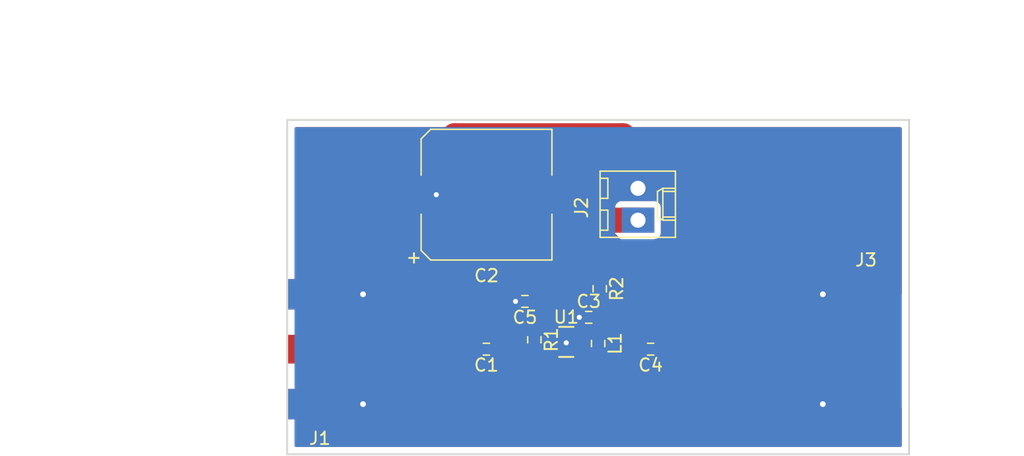
<source format=kicad_pcb>
(kicad_pcb (version 20171130) (host pcbnew 5.0.2-bee76a0~70~ubuntu18.04.1)

  (general
    (thickness 1.6)
    (drawings 8)
    (tracks 72)
    (zones 0)
    (modules 12)
    (nets 8)
  )

  (page A4)
  (layers
    (0 F.Cu signal)
    (31 B.Cu signal)
    (32 B.Adhes user)
    (33 F.Adhes user)
    (34 B.Paste user)
    (35 F.Paste user)
    (36 B.SilkS user)
    (37 F.SilkS user)
    (38 B.Mask user)
    (39 F.Mask user)
    (40 Dwgs.User user)
    (41 Cmts.User user)
    (42 Eco1.User user)
    (43 Eco2.User user)
    (44 Edge.Cuts user)
    (45 Margin user)
    (46 B.CrtYd user)
    (47 F.CrtYd user)
    (48 B.Fab user)
    (49 F.Fab user)
  )

  (setup
    (last_trace_width 0.4)
    (user_trace_width 0.4)
    (user_trace_width 0.6)
    (user_trace_width 2)
    (user_trace_width 3)
    (user_trace_width 4)
    (user_trace_width 6)
    (trace_clearance 0.2)
    (zone_clearance 0.254)
    (zone_45_only no)
    (trace_min 0.2)
    (segment_width 0.2)
    (edge_width 0.15)
    (via_size 0.8)
    (via_drill 0.4)
    (via_min_size 0.4)
    (via_min_drill 0.3)
    (user_via 0.6 0.4)
    (uvia_size 0.3)
    (uvia_drill 0.1)
    (uvias_allowed no)
    (uvia_min_size 0.2)
    (uvia_min_drill 0.1)
    (pcb_text_width 0.3)
    (pcb_text_size 1.5 1.5)
    (mod_edge_width 0.15)
    (mod_text_size 1 1)
    (mod_text_width 0.15)
    (pad_size 1.524 1.524)
    (pad_drill 0.762)
    (pad_to_mask_clearance 0.051)
    (solder_mask_min_width 0.25)
    (aux_axis_origin 101.6 133.35)
    (visible_elements FFFFFF7F)
    (pcbplotparams
      (layerselection 0x00000_7fffffff)
      (usegerberextensions false)
      (usegerberattributes false)
      (usegerberadvancedattributes false)
      (creategerberjobfile false)
      (excludeedgelayer true)
      (linewidth 0.100000)
      (plotframeref false)
      (viasonmask false)
      (mode 1)
      (useauxorigin true)
      (hpglpennumber 1)
      (hpglpenspeed 20)
      (hpglpendiameter 15.000000)
      (psnegative false)
      (psa4output false)
      (plotreference true)
      (plotvalue true)
      (plotinvisibletext false)
      (padsonsilk false)
      (subtractmaskfromsilk false)
      (outputformat 1)
      (mirror false)
      (drillshape 0)
      (scaleselection 1)
      (outputdirectory ""))
  )

  (net 0 "")
  (net 1 "Net-(C1-Pad1)")
  (net 2 "Net-(C1-Pad2)")
  (net 3 "Net-(C2-Pad2)")
  (net 4 GND)
  (net 5 "Net-(C3-Pad2)")
  (net 6 "Net-(C4-Pad2)")
  (net 7 "Net-(C4-Pad1)")

  (net_class Default "This is the default net class."
    (clearance 0.2)
    (trace_width 0.25)
    (via_dia 0.8)
    (via_drill 0.4)
    (uvia_dia 0.3)
    (uvia_drill 0.1)
    (add_net GND)
    (add_net "Net-(C1-Pad1)")
    (add_net "Net-(C1-Pad2)")
    (add_net "Net-(C2-Pad2)")
    (add_net "Net-(C3-Pad2)")
    (add_net "Net-(C4-Pad1)")
    (add_net "Net-(C4-Pad2)")
  )

  (module Capacitors_SMD:CP_Elec_10x10.5 (layer F.Cu) (tedit 58AA917F) (tstamp 5E974D98)
    (at 117.475 112.649)
    (descr "SMT capacitor, aluminium electrolytic, 10x10.5")
    (path /5E974E2C)
    (attr smd)
    (fp_text reference C2 (at 0 6.46) (layer F.SilkS)
      (effects (font (size 1 1) (thickness 0.15)))
    )
    (fp_text value 50u (at 0 -6.46) (layer F.Fab)
      (effects (font (size 1 1) (thickness 0.15)))
    )
    (fp_line (start 6.25 5.3) (end -6.25 5.3) (layer F.CrtYd) (width 0.05))
    (fp_line (start 6.25 5.3) (end 6.25 -5.31) (layer F.CrtYd) (width 0.05))
    (fp_line (start -6.25 -5.31) (end -6.25 5.3) (layer F.CrtYd) (width 0.05))
    (fp_line (start -6.25 -5.31) (end 6.25 -5.31) (layer F.CrtYd) (width 0.05))
    (fp_line (start -4.45 -5.21) (end 5.21 -5.21) (layer F.SilkS) (width 0.12))
    (fp_line (start -5.21 -4.45) (end -4.45 -5.21) (layer F.SilkS) (width 0.12))
    (fp_line (start -4.45 5.21) (end -5.21 4.45) (layer F.SilkS) (width 0.12))
    (fp_line (start 5.21 5.21) (end -4.45 5.21) (layer F.SilkS) (width 0.12))
    (fp_line (start 5.05 -5.05) (end -4.38 -5.05) (layer F.Fab) (width 0.1))
    (fp_line (start -4.38 -5.05) (end -5.05 -4.38) (layer F.Fab) (width 0.1))
    (fp_line (start -5.05 -4.38) (end -5.05 4.38) (layer F.Fab) (width 0.1))
    (fp_line (start -5.05 4.38) (end -4.38 5.05) (layer F.Fab) (width 0.1))
    (fp_line (start -4.38 5.05) (end 5.05 5.05) (layer F.Fab) (width 0.1))
    (fp_line (start 5.05 5.05) (end 5.05 -5.05) (layer F.Fab) (width 0.1))
    (fp_line (start 5.21 -5.21) (end 5.21 -1.56) (layer F.SilkS) (width 0.12))
    (fp_line (start 5.21 5.21) (end 5.21 1.56) (layer F.SilkS) (width 0.12))
    (fp_line (start -5.21 4.45) (end -5.21 1.56) (layer F.SilkS) (width 0.12))
    (fp_line (start -5.21 -4.45) (end -5.21 -1.56) (layer F.SilkS) (width 0.12))
    (fp_text user %R (at 0 6.46) (layer F.Fab)
      (effects (font (size 1 1) (thickness 0.15)))
    )
    (fp_text user + (at -5.78 4.97) (layer F.SilkS)
      (effects (font (size 1 1) (thickness 0.15)))
    )
    (fp_text user + (at -2.91 -0.08) (layer F.Fab)
      (effects (font (size 1 1) (thickness 0.15)))
    )
    (fp_circle (center 0 0) (end 0 5) (layer F.Fab) (width 0.1))
    (pad 2 smd rect (at 4 0 180) (size 4 2.5) (layers F.Cu F.Paste F.Mask)
      (net 3 "Net-(C2-Pad2)"))
    (pad 1 smd rect (at -4 0 180) (size 4 2.5) (layers F.Cu F.Paste F.Mask)
      (net 4 GND))
    (model Capacitors_SMD.3dshapes/CP_Elec_10x10.5.wrl
      (at (xyz 0 0 0))
      (scale (xyz 1 1 1))
      (rotate (xyz 0 0 180))
    )
  )

  (module Connectors_Molex:Molex_SMA_Jack_Edge_Mount (layer F.Cu) (tedit 587D2992) (tstamp 5E974DDF)
    (at 105.918 124.968)
    (descr "Molex SMA Jack, Edge Mount, http://www.molex.com/pdm_docs/sd/732511150_sd.pdf")
    (tags "sma edge")
    (path /5E97536C)
    (attr smd)
    (fp_text reference J1 (at -1.72 7.11) (layer F.SilkS)
      (effects (font (size 1 1) (thickness 0.15)))
    )
    (fp_text value Conn_Coaxial (at -1.72 -7.11) (layer F.Fab)
      (effects (font (size 1 1) (thickness 0.15)))
    )
    (fp_line (start -5.91 4.76) (end 0.49 4.76) (layer F.Fab) (width 0.1))
    (fp_line (start -5.91 -4.76) (end -5.91 4.76) (layer F.Fab) (width 0.1))
    (fp_line (start 0.49 -4.76) (end -5.91 -4.76) (layer F.Fab) (width 0.1))
    (fp_line (start -4.76 -3.75) (end -4.76 3.75) (layer F.Fab) (width 0.1))
    (fp_line (start -13.79 2.65) (end -5.91 2.65) (layer F.Fab) (width 0.1))
    (fp_line (start -13.79 -2.65) (end -13.79 2.65) (layer F.Fab) (width 0.1))
    (fp_line (start -13.79 -2.65) (end -5.91 -2.65) (layer F.Fab) (width 0.1))
    (fp_line (start -4.76 3.75) (end 0.49 3.75) (layer F.Fab) (width 0.1))
    (fp_line (start -4.76 -3.75) (end 0.49 -3.75) (layer F.Fab) (width 0.1))
    (fp_line (start 2.71 -6.09) (end -14.29 -6.09) (layer F.CrtYd) (width 0.05))
    (fp_line (start 2.71 -6.09) (end 2.71 6.09) (layer F.CrtYd) (width 0.05))
    (fp_line (start -14.29 6.09) (end 2.71 6.09) (layer B.CrtYd) (width 0.05))
    (fp_line (start -14.29 -6.09) (end -14.29 6.09) (layer B.CrtYd) (width 0.05))
    (fp_line (start -14.29 -6.09) (end 2.71 -6.09) (layer B.CrtYd) (width 0.05))
    (fp_line (start 2.71 -6.09) (end 2.71 6.09) (layer B.CrtYd) (width 0.05))
    (fp_line (start -14.29 6.09) (end 2.71 6.09) (layer F.CrtYd) (width 0.05))
    (fp_line (start -14.29 -6.09) (end -14.29 6.09) (layer F.CrtYd) (width 0.05))
    (fp_line (start 0.49 -4.76) (end 0.49 -3.75) (layer F.Fab) (width 0.1))
    (fp_line (start 0.49 3.75) (end 0.49 4.76) (layer F.Fab) (width 0.1))
    (fp_line (start 0.49 -0.38) (end 0.49 0.38) (layer F.Fab) (width 0.1))
    (fp_line (start -4.76 0.38) (end 0.49 0.38) (layer F.Fab) (width 0.1))
    (fp_line (start -4.76 -0.38) (end 0.49 -0.38) (layer F.Fab) (width 0.1))
    (pad 2 smd rect (at 1.27 4.38) (size 0.89 0.46) (layers B.Cu)
      (net 4 GND))
    (pad 2 smd rect (at 1.27 -4.38) (size 0.89 0.46) (layers B.Cu)
      (net 4 GND))
    (pad 2 smd rect (at 1.27 4.38) (size 0.89 0.46) (layers F.Cu)
      (net 4 GND))
    (pad 2 smd rect (at 1.27 -4.38) (size 0.89 0.46) (layers F.Cu)
      (net 4 GND))
    (pad 2 thru_hole circle (at 1.72 4.38) (size 0.97 0.97) (drill 0.46) (layers *.Cu)
      (net 4 GND))
    (pad 2 thru_hole circle (at 1.72 -4.38) (size 0.97 0.97) (drill 0.46) (layers *.Cu)
      (net 4 GND))
    (pad 2 smd rect (at -1.72 4.38) (size 5.08 2.42) (layers B.Cu B.Paste B.Mask)
      (net 4 GND))
    (pad 2 smd rect (at -1.72 -4.38) (size 5.08 2.42) (layers B.Cu B.Paste B.Mask)
      (net 4 GND))
    (pad 2 smd rect (at -1.72 4.38) (size 5.08 2.42) (layers F.Cu F.Paste F.Mask)
      (net 4 GND))
    (pad 2 smd rect (at -1.72 -4.38) (size 5.08 2.42) (layers F.Cu F.Paste F.Mask)
      (net 4 GND))
    (pad 1 smd rect (at -1.72 0) (size 5.08 2.29) (layers F.Cu F.Paste F.Mask)
      (net 2 "Net-(C1-Pad2)"))
    (model ${KISYS3DMOD}/Connectors_Molex.3dshapes/Molex_SMA_Jack_Edge_Mount.wrl
      (at (xyz 0 0 0))
      (scale (xyz 1 1 1))
      (rotate (xyz 0 0 0))
    )
  )

  (module Connectors_Molex:Molex_KK-6410-02_02x2.54mm_Straight (layer F.Cu) (tedit 58EE6EE4) (tstamp 5E974E00)
    (at 129.54 114.681 90)
    (descr "Connector Headers with Friction Lock, 22-27-2021, http://www.molex.com/pdm_docs/sd/022272021_sd.pdf")
    (tags "connector molex kk_6410 22-27-2021")
    (path /5E975029)
    (fp_text reference J2 (at 1 -4.5 90) (layer F.SilkS)
      (effects (font (size 1 1) (thickness 0.15)))
    )
    (fp_text value Conn_01x02_Male (at 1.27 4.5 90) (layer F.Fab)
      (effects (font (size 1 1) (thickness 0.15)))
    )
    (fp_text user %R (at 1.27 0 90) (layer F.Fab)
      (effects (font (size 1 1) (thickness 0.15)))
    )
    (fp_line (start 4.45 3.5) (end -1.9 3.5) (layer F.CrtYd) (width 0.05))
    (fp_line (start 4.45 -3.55) (end 4.45 3.5) (layer F.CrtYd) (width 0.05))
    (fp_line (start -1.9 -3.55) (end 4.45 -3.55) (layer F.CrtYd) (width 0.05))
    (fp_line (start -1.9 3.5) (end -1.9 -3.55) (layer F.CrtYd) (width 0.05))
    (fp_line (start 3.34 -2.4) (end 3.34 -3.02) (layer F.SilkS) (width 0.12))
    (fp_line (start 1.74 -2.4) (end 3.34 -2.4) (layer F.SilkS) (width 0.12))
    (fp_line (start 1.74 -3.02) (end 1.74 -2.4) (layer F.SilkS) (width 0.12))
    (fp_line (start 0.8 -2.4) (end 0.8 -3.02) (layer F.SilkS) (width 0.12))
    (fp_line (start -0.8 -2.4) (end 0.8 -2.4) (layer F.SilkS) (width 0.12))
    (fp_line (start -0.8 -3.02) (end -0.8 -2.4) (layer F.SilkS) (width 0.12))
    (fp_line (start 2.29 2.98) (end 2.29 1.98) (layer F.SilkS) (width 0.12))
    (fp_line (start 0.25 2.98) (end 0.25 1.98) (layer F.SilkS) (width 0.12))
    (fp_line (start 2.29 1.55) (end 2.54 1.98) (layer F.SilkS) (width 0.12))
    (fp_line (start 0.25 1.55) (end 2.29 1.55) (layer F.SilkS) (width 0.12))
    (fp_line (start 0 1.98) (end 0.25 1.55) (layer F.SilkS) (width 0.12))
    (fp_line (start 2.54 1.98) (end 2.54 2.98) (layer F.SilkS) (width 0.12))
    (fp_line (start 0 1.98) (end 2.54 1.98) (layer F.SilkS) (width 0.12))
    (fp_line (start 0 2.98) (end 0 1.98) (layer F.SilkS) (width 0.12))
    (fp_line (start 3.91 -3.02) (end -1.37 -3.02) (layer F.SilkS) (width 0.12))
    (fp_line (start 3.91 2.98) (end 3.91 -3.02) (layer F.SilkS) (width 0.12))
    (fp_line (start -1.37 2.98) (end 3.91 2.98) (layer F.SilkS) (width 0.12))
    (fp_line (start -1.37 -3.02) (end -1.37 2.98) (layer F.SilkS) (width 0.12))
    (fp_line (start 4.01 -3.12) (end -1.47 -3.12) (layer F.Fab) (width 0.12))
    (fp_line (start 4.01 3.08) (end 4.01 -3.12) (layer F.Fab) (width 0.12))
    (fp_line (start -1.47 3.08) (end 4.01 3.08) (layer F.Fab) (width 0.12))
    (fp_line (start -1.47 -3.12) (end -1.47 3.08) (layer F.Fab) (width 0.12))
    (pad 2 thru_hole oval (at 2.54 0 90) (size 2 2.6) (drill 1.2) (layers *.Cu *.Mask)
      (net 4 GND))
    (pad 1 thru_hole rect (at 0 0 90) (size 2 2.6) (drill 1.2) (layers *.Cu *.Mask)
      (net 3 "Net-(C2-Pad2)"))
    (model ${KISYS3DMOD}/Connectors_Molex.3dshapes/Molex_KK-6410-02_02x2.54mm_Straight.wrl
      (at (xyz 0 0 0))
      (scale (xyz 1 1 1))
      (rotate (xyz 0 0 0))
    )
  )

  (module Resistors_SMD:R_0402 (layer F.Cu) (tedit 58E0A804) (tstamp 5E974E29)
    (at 126.365 124.518 270)
    (descr "Resistor SMD 0402, reflow soldering, Vishay (see dcrcw.pdf)")
    (tags "resistor 0402")
    (path /5E974BF6)
    (attr smd)
    (fp_text reference L1 (at 0 -1.35 270) (layer F.SilkS)
      (effects (font (size 1 1) (thickness 0.15)))
    )
    (fp_text value 200n (at 0 1.45 270) (layer F.Fab)
      (effects (font (size 1 1) (thickness 0.15)))
    )
    (fp_line (start 0.8 0.45) (end -0.8 0.45) (layer F.CrtYd) (width 0.05))
    (fp_line (start 0.8 0.45) (end 0.8 -0.45) (layer F.CrtYd) (width 0.05))
    (fp_line (start -0.8 -0.45) (end -0.8 0.45) (layer F.CrtYd) (width 0.05))
    (fp_line (start -0.8 -0.45) (end 0.8 -0.45) (layer F.CrtYd) (width 0.05))
    (fp_line (start -0.25 0.53) (end 0.25 0.53) (layer F.SilkS) (width 0.12))
    (fp_line (start 0.25 -0.53) (end -0.25 -0.53) (layer F.SilkS) (width 0.12))
    (fp_line (start -0.5 -0.25) (end 0.5 -0.25) (layer F.Fab) (width 0.1))
    (fp_line (start 0.5 -0.25) (end 0.5 0.25) (layer F.Fab) (width 0.1))
    (fp_line (start 0.5 0.25) (end -0.5 0.25) (layer F.Fab) (width 0.1))
    (fp_line (start -0.5 0.25) (end -0.5 -0.25) (layer F.Fab) (width 0.1))
    (fp_text user %R (at 0 -1.35 270) (layer F.Fab)
      (effects (font (size 1 1) (thickness 0.15)))
    )
    (pad 2 smd rect (at 0.45 0 270) (size 0.4 0.6) (layers F.Cu F.Paste F.Mask)
      (net 6 "Net-(C4-Pad2)"))
    (pad 1 smd rect (at -0.45 0 270) (size 0.4 0.6) (layers F.Cu F.Paste F.Mask)
      (net 5 "Net-(C3-Pad2)"))
    (model ${KISYS3DMOD}/Resistors_SMD.3dshapes/R_0402.wrl
      (at (xyz 0 0 0))
      (scale (xyz 1 1 1))
      (rotate (xyz 0 0 0))
    )
  )

  (module Connectors_Molex:Molex_SMA_Jack_Edge_Mount (layer F.Cu) (tedit 587D2992) (tstamp 5E97503D)
    (at 145.981 124.968 180)
    (descr "Molex SMA Jack, Edge Mount, http://www.molex.com/pdm_docs/sd/732511150_sd.pdf")
    (tags "sma edge")
    (path /5E9752CE)
    (attr smd)
    (fp_text reference J3 (at -1.72 7.11 180) (layer F.SilkS)
      (effects (font (size 1 1) (thickness 0.15)))
    )
    (fp_text value Conn_Coaxial (at -1.72 -7.11 180) (layer F.Fab)
      (effects (font (size 1 1) (thickness 0.15)))
    )
    (fp_line (start -5.91 4.76) (end 0.49 4.76) (layer F.Fab) (width 0.1))
    (fp_line (start -5.91 -4.76) (end -5.91 4.76) (layer F.Fab) (width 0.1))
    (fp_line (start 0.49 -4.76) (end -5.91 -4.76) (layer F.Fab) (width 0.1))
    (fp_line (start -4.76 -3.75) (end -4.76 3.75) (layer F.Fab) (width 0.1))
    (fp_line (start -13.79 2.65) (end -5.91 2.65) (layer F.Fab) (width 0.1))
    (fp_line (start -13.79 -2.65) (end -13.79 2.65) (layer F.Fab) (width 0.1))
    (fp_line (start -13.79 -2.65) (end -5.91 -2.65) (layer F.Fab) (width 0.1))
    (fp_line (start -4.76 3.75) (end 0.49 3.75) (layer F.Fab) (width 0.1))
    (fp_line (start -4.76 -3.75) (end 0.49 -3.75) (layer F.Fab) (width 0.1))
    (fp_line (start 2.71 -6.09) (end -14.29 -6.09) (layer F.CrtYd) (width 0.05))
    (fp_line (start 2.71 -6.09) (end 2.71 6.09) (layer F.CrtYd) (width 0.05))
    (fp_line (start -14.29 6.09) (end 2.71 6.09) (layer B.CrtYd) (width 0.05))
    (fp_line (start -14.29 -6.09) (end -14.29 6.09) (layer B.CrtYd) (width 0.05))
    (fp_line (start -14.29 -6.09) (end 2.71 -6.09) (layer B.CrtYd) (width 0.05))
    (fp_line (start 2.71 -6.09) (end 2.71 6.09) (layer B.CrtYd) (width 0.05))
    (fp_line (start -14.29 6.09) (end 2.71 6.09) (layer F.CrtYd) (width 0.05))
    (fp_line (start -14.29 -6.09) (end -14.29 6.09) (layer F.CrtYd) (width 0.05))
    (fp_line (start 0.49 -4.76) (end 0.49 -3.75) (layer F.Fab) (width 0.1))
    (fp_line (start 0.49 3.75) (end 0.49 4.76) (layer F.Fab) (width 0.1))
    (fp_line (start 0.49 -0.38) (end 0.49 0.38) (layer F.Fab) (width 0.1))
    (fp_line (start -4.76 0.38) (end 0.49 0.38) (layer F.Fab) (width 0.1))
    (fp_line (start -4.76 -0.38) (end 0.49 -0.38) (layer F.Fab) (width 0.1))
    (pad 2 smd rect (at 1.27 4.38 180) (size 0.89 0.46) (layers B.Cu)
      (net 4 GND))
    (pad 2 smd rect (at 1.27 -4.38 180) (size 0.89 0.46) (layers B.Cu)
      (net 4 GND))
    (pad 2 smd rect (at 1.27 4.38 180) (size 0.89 0.46) (layers F.Cu)
      (net 4 GND))
    (pad 2 smd rect (at 1.27 -4.38 180) (size 0.89 0.46) (layers F.Cu)
      (net 4 GND))
    (pad 2 thru_hole circle (at 1.72 4.38 180) (size 0.97 0.97) (drill 0.46) (layers *.Cu)
      (net 4 GND))
    (pad 2 thru_hole circle (at 1.72 -4.38 180) (size 0.97 0.97) (drill 0.46) (layers *.Cu)
      (net 4 GND))
    (pad 2 smd rect (at -1.72 4.38 180) (size 5.08 2.42) (layers B.Cu B.Paste B.Mask)
      (net 4 GND))
    (pad 2 smd rect (at -1.72 -4.38 180) (size 5.08 2.42) (layers B.Cu B.Paste B.Mask)
      (net 4 GND))
    (pad 2 smd rect (at -1.72 4.38 180) (size 5.08 2.42) (layers F.Cu F.Paste F.Mask)
      (net 4 GND))
    (pad 2 smd rect (at -1.72 -4.38 180) (size 5.08 2.42) (layers F.Cu F.Paste F.Mask)
      (net 4 GND))
    (pad 1 smd rect (at -1.72 0 180) (size 5.08 2.29) (layers F.Cu F.Paste F.Mask)
      (net 7 "Net-(C4-Pad1)"))
    (model ${KISYS3DMOD}/Connectors_Molex.3dshapes/Molex_SMA_Jack_Edge_Mount.wrl
      (at (xyz 0 0 0))
      (scale (xyz 1 1 1))
      (rotate (xyz 0 0 0))
    )
  )

  (module footprints:grf3042 (layer F.Cu) (tedit 5E974F31) (tstamp 5E97594B)
    (at 123.825 124.46)
    (descr "DC6 Package; 6-Lead Plastic DFN (2mm x 2mm) (see Linear Technology DFN_6_05-08-1703.pdf)")
    (tags "DFN 0.5")
    (path /5E9748C4)
    (attr smd)
    (fp_text reference U1 (at 0 -2.05) (layer F.SilkS)
      (effects (font (size 1 1) (thickness 0.15)))
    )
    (fp_text value GRF3042 (at 0 2.05) (layer F.Fab)
      (effects (font (size 1 1) (thickness 0.15)))
    )
    (fp_line (start -0.575 1.125) (end 0.575 1.125) (layer F.SilkS) (width 0.15))
    (fp_line (start -1.55 1.3) (end 1.55 1.3) (layer F.CrtYd) (width 0.05))
    (fp_line (start -1.55 -1.3) (end 1.55 -1.3) (layer F.CrtYd) (width 0.05))
    (fp_line (start 1.55 -1.3) (end 1.55 1.3) (layer F.CrtYd) (width 0.05))
    (fp_line (start -1.55 -1.3) (end -1.55 1.3) (layer F.CrtYd) (width 0.05))
    (fp_line (start -1 0) (end 0 -1) (layer F.Fab) (width 0.15))
    (fp_line (start -1 1) (end -1 0) (layer F.Fab) (width 0.15))
    (fp_line (start 1 1) (end -1 1) (layer F.Fab) (width 0.15))
    (fp_line (start 1 -1) (end 1 1) (layer F.Fab) (width 0.15))
    (fp_line (start 0 -1) (end 1 -1) (layer F.Fab) (width 0.15))
    (fp_line (start -0.575 -1.27) (end 0.575 -1.27) (layer F.SilkS) (width 0.15))
    (pad 7 smd rect (at 0 0) (size 0.6 1.1) (layers F.Cu F.Paste F.Mask)
      (net 4 GND) (solder_paste_margin_ratio -0.2))
    (pad 6 smd rect (at 0.75 -0.5) (size 0.4 0.2) (layers F.Cu F.Paste F.Mask)
      (net 4 GND))
    (pad 5 smd rect (at 0.75 0) (size 0.4 0.2) (layers F.Cu F.Paste F.Mask)
      (net 4 GND))
    (pad 4 smd rect (at 0.75 0.5) (size 0.4 0.2) (layers F.Cu F.Paste F.Mask)
      (net 6 "Net-(C4-Pad2)"))
    (pad 3 smd rect (at -0.75 0.5) (size 0.4 0.2) (layers F.Cu F.Paste F.Mask)
      (net 1 "Net-(C1-Pad1)"))
    (pad 2 smd rect (at -0.75 0) (size 0.4 0.2) (layers F.Cu F.Paste F.Mask)
      (net 4 GND))
    (pad 1 smd rect (at -0.75 -0.5) (size 0.4 0.2) (layers F.Cu F.Paste F.Mask)
      (net 4 GND))
    (model ${KISYS3DMOD}/Housings_DFN_QFN.3dshapes/DFN-6-1EP_2x2mm_Pitch0.5mm.wrl
      (at (xyz 0 0 0))
      (scale (xyz 1 1 1))
      (rotate (xyz 0 0 0))
    )
  )

  (module Capacitors_SMD:C_0402 (layer F.Cu) (tedit 58AA841A) (tstamp 5EE52196)
    (at 117.463 124.968 180)
    (descr "Capacitor SMD 0402, reflow soldering, AVX (see smccp.pdf)")
    (tags "capacitor 0402")
    (path /5E974D02)
    (attr smd)
    (fp_text reference C1 (at 0 -1.27 180) (layer F.SilkS)
      (effects (font (size 1 1) (thickness 0.15)))
    )
    (fp_text value 10p (at 0 1.27 180) (layer F.Fab)
      (effects (font (size 1 1) (thickness 0.15)))
    )
    (fp_line (start 1 0.4) (end -1 0.4) (layer F.CrtYd) (width 0.05))
    (fp_line (start 1 0.4) (end 1 -0.4) (layer F.CrtYd) (width 0.05))
    (fp_line (start -1 -0.4) (end -1 0.4) (layer F.CrtYd) (width 0.05))
    (fp_line (start -1 -0.4) (end 1 -0.4) (layer F.CrtYd) (width 0.05))
    (fp_line (start -0.25 0.47) (end 0.25 0.47) (layer F.SilkS) (width 0.12))
    (fp_line (start 0.25 -0.47) (end -0.25 -0.47) (layer F.SilkS) (width 0.12))
    (fp_line (start -0.5 -0.25) (end 0.5 -0.25) (layer F.Fab) (width 0.1))
    (fp_line (start 0.5 -0.25) (end 0.5 0.25) (layer F.Fab) (width 0.1))
    (fp_line (start 0.5 0.25) (end -0.5 0.25) (layer F.Fab) (width 0.1))
    (fp_line (start -0.5 0.25) (end -0.5 -0.25) (layer F.Fab) (width 0.1))
    (fp_text user %R (at 0 -1.27 180) (layer F.Fab)
      (effects (font (size 1 1) (thickness 0.15)))
    )
    (pad 2 smd rect (at 0.55 0 180) (size 0.6 0.5) (layers F.Cu F.Paste F.Mask)
      (net 2 "Net-(C1-Pad2)"))
    (pad 1 smd rect (at -0.55 0 180) (size 0.6 0.5) (layers F.Cu F.Paste F.Mask)
      (net 1 "Net-(C1-Pad1)"))
    (model Capacitors_SMD.3dshapes/C_0402.wrl
      (at (xyz 0 0 0))
      (scale (xyz 1 1 1))
      (rotate (xyz 0 0 0))
    )
  )

  (module Capacitors_SMD:C_0402 (layer F.Cu) (tedit 58AA841A) (tstamp 5EE521A6)
    (at 125.615 122.428)
    (descr "Capacitor SMD 0402, reflow soldering, AVX (see smccp.pdf)")
    (tags "capacitor 0402")
    (path /5E974B14)
    (attr smd)
    (fp_text reference C3 (at 0 -1.27) (layer F.SilkS)
      (effects (font (size 1 1) (thickness 0.15)))
    )
    (fp_text value 100n (at 0 1.27) (layer F.Fab)
      (effects (font (size 1 1) (thickness 0.15)))
    )
    (fp_line (start 1 0.4) (end -1 0.4) (layer F.CrtYd) (width 0.05))
    (fp_line (start 1 0.4) (end 1 -0.4) (layer F.CrtYd) (width 0.05))
    (fp_line (start -1 -0.4) (end -1 0.4) (layer F.CrtYd) (width 0.05))
    (fp_line (start -1 -0.4) (end 1 -0.4) (layer F.CrtYd) (width 0.05))
    (fp_line (start -0.25 0.47) (end 0.25 0.47) (layer F.SilkS) (width 0.12))
    (fp_line (start 0.25 -0.47) (end -0.25 -0.47) (layer F.SilkS) (width 0.12))
    (fp_line (start -0.5 -0.25) (end 0.5 -0.25) (layer F.Fab) (width 0.1))
    (fp_line (start 0.5 -0.25) (end 0.5 0.25) (layer F.Fab) (width 0.1))
    (fp_line (start 0.5 0.25) (end -0.5 0.25) (layer F.Fab) (width 0.1))
    (fp_line (start -0.5 0.25) (end -0.5 -0.25) (layer F.Fab) (width 0.1))
    (fp_text user %R (at 0 -1.27) (layer F.Fab)
      (effects (font (size 1 1) (thickness 0.15)))
    )
    (pad 2 smd rect (at 0.55 0) (size 0.6 0.5) (layers F.Cu F.Paste F.Mask)
      (net 5 "Net-(C3-Pad2)"))
    (pad 1 smd rect (at -0.55 0) (size 0.6 0.5) (layers F.Cu F.Paste F.Mask)
      (net 4 GND))
    (model Capacitors_SMD.3dshapes/C_0402.wrl
      (at (xyz 0 0 0))
      (scale (xyz 1 1 1))
      (rotate (xyz 0 0 0))
    )
  )

  (module Capacitors_SMD:C_0402 (layer F.Cu) (tedit 58AA841A) (tstamp 5EE521B6)
    (at 130.544 124.968 180)
    (descr "Capacitor SMD 0402, reflow soldering, AVX (see smccp.pdf)")
    (tags "capacitor 0402")
    (path /5E974CA8)
    (attr smd)
    (fp_text reference C4 (at 0 -1.27 180) (layer F.SilkS)
      (effects (font (size 1 1) (thickness 0.15)))
    )
    (fp_text value 10p (at 0 1.27 180) (layer F.Fab)
      (effects (font (size 1 1) (thickness 0.15)))
    )
    (fp_text user %R (at 0 -1.27 180) (layer F.Fab)
      (effects (font (size 1 1) (thickness 0.15)))
    )
    (fp_line (start -0.5 0.25) (end -0.5 -0.25) (layer F.Fab) (width 0.1))
    (fp_line (start 0.5 0.25) (end -0.5 0.25) (layer F.Fab) (width 0.1))
    (fp_line (start 0.5 -0.25) (end 0.5 0.25) (layer F.Fab) (width 0.1))
    (fp_line (start -0.5 -0.25) (end 0.5 -0.25) (layer F.Fab) (width 0.1))
    (fp_line (start 0.25 -0.47) (end -0.25 -0.47) (layer F.SilkS) (width 0.12))
    (fp_line (start -0.25 0.47) (end 0.25 0.47) (layer F.SilkS) (width 0.12))
    (fp_line (start -1 -0.4) (end 1 -0.4) (layer F.CrtYd) (width 0.05))
    (fp_line (start -1 -0.4) (end -1 0.4) (layer F.CrtYd) (width 0.05))
    (fp_line (start 1 0.4) (end 1 -0.4) (layer F.CrtYd) (width 0.05))
    (fp_line (start 1 0.4) (end -1 0.4) (layer F.CrtYd) (width 0.05))
    (pad 1 smd rect (at -0.55 0 180) (size 0.6 0.5) (layers F.Cu F.Paste F.Mask)
      (net 7 "Net-(C4-Pad1)"))
    (pad 2 smd rect (at 0.55 0 180) (size 0.6 0.5) (layers F.Cu F.Paste F.Mask)
      (net 6 "Net-(C4-Pad2)"))
    (model Capacitors_SMD.3dshapes/C_0402.wrl
      (at (xyz 0 0 0))
      (scale (xyz 1 1 1))
      (rotate (xyz 0 0 0))
    )
  )

  (module Capacitors_SMD:C_0402 (layer F.Cu) (tedit 58AA841A) (tstamp 5EE521C6)
    (at 120.535 121.158 180)
    (descr "Capacitor SMD 0402, reflow soldering, AVX (see smccp.pdf)")
    (tags "capacitor 0402")
    (path /5E976B60)
    (attr smd)
    (fp_text reference C5 (at 0 -1.27 180) (layer F.SilkS)
      (effects (font (size 1 1) (thickness 0.15)))
    )
    (fp_text value 100n (at 0 1.27 180) (layer F.Fab)
      (effects (font (size 1 1) (thickness 0.15)))
    )
    (fp_text user %R (at 0 -1.27 180) (layer F.Fab)
      (effects (font (size 1 1) (thickness 0.15)))
    )
    (fp_line (start -0.5 0.25) (end -0.5 -0.25) (layer F.Fab) (width 0.1))
    (fp_line (start 0.5 0.25) (end -0.5 0.25) (layer F.Fab) (width 0.1))
    (fp_line (start 0.5 -0.25) (end 0.5 0.25) (layer F.Fab) (width 0.1))
    (fp_line (start -0.5 -0.25) (end 0.5 -0.25) (layer F.Fab) (width 0.1))
    (fp_line (start 0.25 -0.47) (end -0.25 -0.47) (layer F.SilkS) (width 0.12))
    (fp_line (start -0.25 0.47) (end 0.25 0.47) (layer F.SilkS) (width 0.12))
    (fp_line (start -1 -0.4) (end 1 -0.4) (layer F.CrtYd) (width 0.05))
    (fp_line (start -1 -0.4) (end -1 0.4) (layer F.CrtYd) (width 0.05))
    (fp_line (start 1 0.4) (end 1 -0.4) (layer F.CrtYd) (width 0.05))
    (fp_line (start 1 0.4) (end -1 0.4) (layer F.CrtYd) (width 0.05))
    (pad 1 smd rect (at -0.55 0 180) (size 0.6 0.5) (layers F.Cu F.Paste F.Mask)
      (net 5 "Net-(C3-Pad2)"))
    (pad 2 smd rect (at 0.55 0 180) (size 0.6 0.5) (layers F.Cu F.Paste F.Mask)
      (net 4 GND))
    (model Capacitors_SMD.3dshapes/C_0402.wrl
      (at (xyz 0 0 0))
      (scale (xyz 1 1 1))
      (rotate (xyz 0 0 0))
    )
  )

  (module Resistors_SMD:R_0402 (layer F.Cu) (tedit 58E0A804) (tstamp 5EE521D6)
    (at 121.285 124.218 270)
    (descr "Resistor SMD 0402, reflow soldering, Vishay (see dcrcw.pdf)")
    (tags "resistor 0402")
    (path /5E974A8A)
    (attr smd)
    (fp_text reference R1 (at 0 -1.35 270) (layer F.SilkS)
      (effects (font (size 1 1) (thickness 0.15)))
    )
    (fp_text value 1k67 (at 0 1.45 270) (layer F.Fab)
      (effects (font (size 1 1) (thickness 0.15)))
    )
    (fp_text user %R (at 0 -1.35 270) (layer F.Fab)
      (effects (font (size 1 1) (thickness 0.15)))
    )
    (fp_line (start -0.5 0.25) (end -0.5 -0.25) (layer F.Fab) (width 0.1))
    (fp_line (start 0.5 0.25) (end -0.5 0.25) (layer F.Fab) (width 0.1))
    (fp_line (start 0.5 -0.25) (end 0.5 0.25) (layer F.Fab) (width 0.1))
    (fp_line (start -0.5 -0.25) (end 0.5 -0.25) (layer F.Fab) (width 0.1))
    (fp_line (start 0.25 -0.53) (end -0.25 -0.53) (layer F.SilkS) (width 0.12))
    (fp_line (start -0.25 0.53) (end 0.25 0.53) (layer F.SilkS) (width 0.12))
    (fp_line (start -0.8 -0.45) (end 0.8 -0.45) (layer F.CrtYd) (width 0.05))
    (fp_line (start -0.8 -0.45) (end -0.8 0.45) (layer F.CrtYd) (width 0.05))
    (fp_line (start 0.8 0.45) (end 0.8 -0.45) (layer F.CrtYd) (width 0.05))
    (fp_line (start 0.8 0.45) (end -0.8 0.45) (layer F.CrtYd) (width 0.05))
    (pad 1 smd rect (at -0.45 0 270) (size 0.4 0.6) (layers F.Cu F.Paste F.Mask)
      (net 5 "Net-(C3-Pad2)"))
    (pad 2 smd rect (at 0.45 0 270) (size 0.4 0.6) (layers F.Cu F.Paste F.Mask)
      (net 1 "Net-(C1-Pad1)"))
    (model ${KISYS3DMOD}/Resistors_SMD.3dshapes/R_0402.wrl
      (at (xyz 0 0 0))
      (scale (xyz 1 1 1))
      (rotate (xyz 0 0 0))
    )
  )

  (module Resistors_SMD:R_0402 (layer F.Cu) (tedit 58E0A804) (tstamp 5EE521E6)
    (at 126.492 120.154 270)
    (descr "Resistor SMD 0402, reflow soldering, Vishay (see dcrcw.pdf)")
    (tags "resistor 0402")
    (path /5E9749B0)
    (attr smd)
    (fp_text reference R2 (at 0 -1.35 270) (layer F.SilkS)
      (effects (font (size 1 1) (thickness 0.15)))
    )
    (fp_text value 12 (at 0 1.45 270) (layer F.Fab)
      (effects (font (size 1 1) (thickness 0.15)))
    )
    (fp_line (start 0.8 0.45) (end -0.8 0.45) (layer F.CrtYd) (width 0.05))
    (fp_line (start 0.8 0.45) (end 0.8 -0.45) (layer F.CrtYd) (width 0.05))
    (fp_line (start -0.8 -0.45) (end -0.8 0.45) (layer F.CrtYd) (width 0.05))
    (fp_line (start -0.8 -0.45) (end 0.8 -0.45) (layer F.CrtYd) (width 0.05))
    (fp_line (start -0.25 0.53) (end 0.25 0.53) (layer F.SilkS) (width 0.12))
    (fp_line (start 0.25 -0.53) (end -0.25 -0.53) (layer F.SilkS) (width 0.12))
    (fp_line (start -0.5 -0.25) (end 0.5 -0.25) (layer F.Fab) (width 0.1))
    (fp_line (start 0.5 -0.25) (end 0.5 0.25) (layer F.Fab) (width 0.1))
    (fp_line (start 0.5 0.25) (end -0.5 0.25) (layer F.Fab) (width 0.1))
    (fp_line (start -0.5 0.25) (end -0.5 -0.25) (layer F.Fab) (width 0.1))
    (fp_text user %R (at 0 -1.35 270) (layer F.Fab)
      (effects (font (size 1 1) (thickness 0.15)))
    )
    (pad 2 smd rect (at 0.45 0 270) (size 0.4 0.6) (layers F.Cu F.Paste F.Mask)
      (net 5 "Net-(C3-Pad2)"))
    (pad 1 smd rect (at -0.45 0 270) (size 0.4 0.6) (layers F.Cu F.Paste F.Mask)
      (net 3 "Net-(C2-Pad2)"))
    (model ${KISYS3DMOD}/Resistors_SMD.3dshapes/R_0402.wrl
      (at (xyz 0 0 0))
      (scale (xyz 1 1 1))
      (rotate (xyz 0 0 0))
    )
  )

  (dimension 49.53 (width 0.3) (layer Dwgs.User)
    (gr_text "49,530 mm" (at 126.365 98.23) (layer Dwgs.User)
      (effects (font (size 1.5 1.5) (thickness 0.3)))
    )
    (feature1 (pts (xy 151.13 106.68) (xy 151.13 99.743579)))
    (feature2 (pts (xy 101.6 106.68) (xy 101.6 99.743579)))
    (crossbar (pts (xy 101.6 100.33) (xy 151.13 100.33)))
    (arrow1a (pts (xy 151.13 100.33) (xy 150.003496 100.916421)))
    (arrow1b (pts (xy 151.13 100.33) (xy 150.003496 99.743579)))
    (arrow2a (pts (xy 101.6 100.33) (xy 102.726504 100.916421)))
    (arrow2b (pts (xy 101.6 100.33) (xy 102.726504 99.743579)))
  )
  (dimension 26.67 (width 0.3) (layer Dwgs.User)
    (gr_text "26,670 mm" (at 84.26 120.015 90) (layer Dwgs.User)
      (effects (font (size 1.5 1.5) (thickness 0.3)))
    )
    (feature1 (pts (xy 101.6 106.68) (xy 85.773579 106.68)))
    (feature2 (pts (xy 101.6 133.35) (xy 85.773579 133.35)))
    (crossbar (pts (xy 86.36 133.35) (xy 86.36 106.68)))
    (arrow1a (pts (xy 86.36 106.68) (xy 86.946421 107.806504)))
    (arrow1b (pts (xy 86.36 106.68) (xy 85.773579 107.806504)))
    (arrow2a (pts (xy 86.36 133.35) (xy 86.946421 132.223496)))
    (arrow2b (pts (xy 86.36 133.35) (xy 85.773579 132.223496)))
  )
  (gr_line (start 101.6 106.68) (end 101.6 133.35) (layer Edge.Cuts) (width 0.15))
  (gr_line (start 151.13 106.68) (end 101.6 106.68) (layer Edge.Cuts) (width 0.15))
  (gr_line (start 151.13 133.35) (end 151.13 106.68) (layer Edge.Cuts) (width 0.15))
  (gr_line (start 101.6 133.35) (end 151.13 133.35) (layer Edge.Cuts) (width 0.15))
  (gr_text GRF3042 (at 141.986 114.3) (layer F.Cu)
    (effects (font (size 1.5 1.5) (thickness 0.3)))
  )
  (gr_text "RT6010\n" (at 141.986 111.506) (layer F.Cu)
    (effects (font (size 1.5 1.5) (thickness 0.3)))
  )

  (segment (start 121.285 124.968) (end 122.382998 124.968) (width 0.6) (layer F.Cu) (net 1))
  (segment (start 122.92 124.968) (end 122.382998 124.968) (width 0.25) (layer F.Cu) (net 1))
  (segment (start 122.928 124.96) (end 122.92 124.968) (width 0.25) (layer F.Cu) (net 1))
  (segment (start 123.075 124.96) (end 122.928 124.96) (width 0.25) (layer F.Cu) (net 1))
  (segment (start 121.285 124.968) (end 118.213 124.968) (width 0.6) (layer F.Cu) (net 1))
  (segment (start 115.713 124.968) (end 104.198 124.968) (width 0.6) (layer F.Cu) (net 2))
  (segment (start 116.713 124.968) (end 115.713 124.968) (width 0.6) (layer F.Cu) (net 2))
  (segment (start 121.475 112.649) (end 121.793 112.649) (width 4) (layer F.Cu) (net 3))
  (segment (start 126.492 119.404) (end 126.492 117.348) (width 0.6) (layer F.Cu) (net 3))
  (segment (start 125.605 115.316) (end 124.46 115.316) (width 2) (layer F.Cu) (net 3))
  (segment (start 129.54 114.681) (end 126.24 114.681) (width 2) (layer F.Cu) (net 3))
  (segment (start 121.793 112.649) (end 124.46 115.316) (width 4) (layer F.Cu) (net 3))
  (segment (start 126.24 114.681) (end 125.605 115.316) (width 2) (layer F.Cu) (net 3))
  (segment (start 124.46 115.316) (end 126.492 117.348) (width 4) (layer F.Cu) (net 3))
  (segment (start 124.575 124.46) (end 124.575 123.96) (width 0.25) (layer F.Cu) (net 4))
  (segment (start 123.075 124.46) (end 123.075 123.96) (width 0.25) (layer F.Cu) (net 4))
  (segment (start 123.075 123.96) (end 123.325 123.96) (width 0.25) (layer F.Cu) (net 4))
  (segment (start 123.075 124.46) (end 123.825 124.46) (width 0.25) (layer F.Cu) (net 4))
  (segment (start 124.575 124.46) (end 123.825 124.46) (width 0.25) (layer F.Cu) (net 4))
  (segment (start 124.575 123.96) (end 123.325 123.96) (width 0.25) (layer F.Cu) (net 4))
  (segment (start 123.865 122.428) (end 124.865 122.428) (width 0.6) (layer F.Cu) (net 4))
  (segment (start 123.825 122.468) (end 123.865 122.428) (width 0.6) (layer F.Cu) (net 4))
  (segment (start 123.825 124.46) (end 123.825 122.468) (width 0.6) (layer F.Cu) (net 4))
  (segment (start 144.711 121.038) (end 144.261 120.588) (width 2) (layer B.Cu) (net 4))
  (segment (start 144.711 129.348) (end 144.711 121.038) (width 2) (layer B.Cu) (net 4))
  (segment (start 135.814 112.141) (end 129.54 112.141) (width 2) (layer B.Cu) (net 4))
  (segment (start 144.261 120.588) (end 135.814 112.141) (width 2) (layer B.Cu) (net 4))
  (segment (start 107.638 129.348) (end 107.638 120.588) (width 2) (layer B.Cu) (net 4))
  (segment (start 107.638 120.588) (end 107.638 118.422) (width 2) (layer B.Cu) (net 4))
  (segment (start 107.638 118.422) (end 113.03 113.03) (width 2) (layer B.Cu) (net 4))
  (segment (start 114.924 107.95) (end 113.475 109.399) (width 2) (layer F.Cu) (net 4))
  (segment (start 128.349 107.95) (end 114.924 107.95) (width 2) (layer F.Cu) (net 4))
  (segment (start 113.475 109.399) (end 113.475 112.649) (width 2) (layer F.Cu) (net 4))
  (segment (start 129.54 109.141) (end 128.349 107.95) (width 2) (layer F.Cu) (net 4))
  (segment (start 129.54 112.141) (end 129.54 109.141) (width 2) (layer F.Cu) (net 4))
  (segment (start 143.161 129.348) (end 104.198 129.348) (width 2) (layer F.Cu) (net 4))
  (segment (start 147.701 129.348) (end 143.161 129.348) (width 2) (layer F.Cu) (net 4))
  (segment (start 105.536 120.588) (end 113.475 112.649) (width 2) (layer F.Cu) (net 4))
  (segment (start 104.198 120.588) (end 105.536 120.588) (width 2) (layer F.Cu) (net 4))
  (segment (start 113.475 115.899) (end 118.734 121.158) (width 2) (layer F.Cu) (net 4))
  (segment (start 113.475 112.649) (end 113.475 115.899) (width 2) (layer F.Cu) (net 4))
  (segment (start 118.734 121.158) (end 119.785 121.158) (width 0.4) (layer F.Cu) (net 4))
  (via (at 113.475 112.649) (size 0.8) (drill 0.4) (layers F.Cu B.Cu) (net 4))
  (via (at 123.825 124.46) (size 0.8) (drill 0.4) (layers F.Cu B.Cu) (net 4))
  (via (at 119.785 121.158) (size 0.8) (drill 0.4) (layers F.Cu B.Cu) (net 4))
  (segment (start 123.825 124.46) (end 123.087 124.46) (width 0.4) (layer B.Cu) (net 4))
  (segment (start 123.087 124.46) (end 119.785 121.158) (width 0.4) (layer B.Cu) (net 4))
  (via (at 124.865 122.428) (size 0.8) (drill 0.4) (layers F.Cu B.Cu) (net 4))
  (segment (start 107.638 129.348) (end 110.37 132.08) (width 0.4) (layer F.Cu) (net 4))
  (segment (start 141.529 132.08) (end 144.261 129.348) (width 0.4) (layer F.Cu) (net 4))
  (segment (start 110.37 132.08) (end 141.529 132.08) (width 0.4) (layer F.Cu) (net 4))
  (segment (start 133.731 112.141) (end 129.54 112.141) (width 2) (layer F.Cu) (net 4))
  (segment (start 147.701 119.761) (end 146.05 118.11) (width 2) (layer F.Cu) (net 4))
  (segment (start 146.05 118.11) (end 138.43 118.11) (width 2) (layer F.Cu) (net 4))
  (segment (start 147.701 120.588) (end 147.701 119.761) (width 2) (layer F.Cu) (net 4))
  (segment (start 138.43 118.11) (end 135.128 118.364) (width 2) (layer F.Cu) (net 4))
  (segment (start 135.128 118.364) (end 134.62 113.03) (width 2) (layer F.Cu) (net 4))
  (segment (start 134.62 113.03) (end 133.731 112.141) (width 2) (layer F.Cu) (net 4))
  (segment (start 121.285 121.539) (end 121.285 120.904) (width 0.6) (layer F.Cu) (net 5))
  (segment (start 121.285 120.904) (end 126.492 120.904) (width 0.6) (layer F.Cu) (net 5))
  (segment (start 126.365 124.068) (end 126.365 122.428) (width 0.6) (layer F.Cu) (net 5))
  (segment (start 126.365 121.031) (end 126.492 120.904) (width 0.6) (layer F.Cu) (net 5))
  (segment (start 126.365 122.428) (end 126.365 121.031) (width 0.6) (layer F.Cu) (net 5))
  (segment (start 121.285 123.468) (end 121.285 123.768) (width 0.4) (layer F.Cu) (net 5))
  (segment (start 121.285 121.539) (end 121.285 123.468) (width 0.4) (layer F.Cu) (net 5))
  (segment (start 126.365 124.968) (end 125.465 124.968) (width 0.6) (layer F.Cu) (net 6))
  (segment (start 125.465 124.968) (end 125.095 124.968) (width 0.6) (layer F.Cu) (net 6))
  (segment (start 126.365 124.968) (end 129.794 124.968) (width 0.6) (layer F.Cu) (net 6))
  (segment (start 125.087 124.96) (end 125.095 124.968) (width 0.25) (layer F.Cu) (net 6))
  (segment (start 124.575 124.96) (end 125.087 124.96) (width 0.25) (layer F.Cu) (net 6))
  (segment (start 132.294 124.968) (end 147.701 124.968) (width 0.6) (layer F.Cu) (net 7))
  (segment (start 131.294 124.968) (end 132.294 124.968) (width 0.6) (layer F.Cu) (net 7))

  (zone (net 4) (net_name GND) (layer B.Cu) (tstamp 0) (hatch edge 0.508)
    (connect_pads yes (clearance 0.508))
    (min_thickness 0.254)
    (fill yes (arc_segments 16) (thermal_gap 0.508) (thermal_bridge_width 0.508))
    (polygon
      (pts
        (xy 101.6 106.68) (xy 101.6 133.35) (xy 151.13 133.35) (xy 151.13 106.68)
      )
    )
    (filled_polygon
      (pts
        (xy 150.42 132.64) (xy 102.31 132.64) (xy 102.31 113.681) (xy 127.59256 113.681) (xy 127.59256 115.681)
        (xy 127.641843 115.928765) (xy 127.782191 116.138809) (xy 127.992235 116.279157) (xy 128.24 116.32844) (xy 130.84 116.32844)
        (xy 131.087765 116.279157) (xy 131.297809 116.138809) (xy 131.438157 115.928765) (xy 131.48744 115.681) (xy 131.48744 113.681)
        (xy 131.438157 113.433235) (xy 131.297809 113.223191) (xy 131.087765 113.082843) (xy 130.84 113.03356) (xy 128.24 113.03356)
        (xy 127.992235 113.082843) (xy 127.782191 113.223191) (xy 127.641843 113.433235) (xy 127.59256 113.681) (xy 102.31 113.681)
        (xy 102.31 107.39) (xy 150.420001 107.39)
      )
    )
  )
  (zone (net 4) (net_name GND) (layer F.Cu) (tstamp 0) (hatch edge 0.508)
    (connect_pads yes (clearance 0.508))
    (min_thickness 0.254)
    (fill yes (arc_segments 16) (thermal_gap 0.508) (thermal_bridge_width 0.508))
    (polygon
      (pts
        (xy 101.6 106.68) (xy 101.6 120.65) (xy 116.84 120.65) (xy 118.11 121.92) (xy 120.65 121.92)
        (xy 121.92 120.65) (xy 151.13 120.65) (xy 151.13 106.68)
      )
    )
    (filled_polygon
      (pts
        (xy 150.42 120.523) (xy 127.43944 120.523) (xy 127.43944 120.404) (xy 127.390157 120.156235) (xy 127.388664 120.154)
        (xy 127.390157 120.151765) (xy 127.43944 119.904) (xy 127.43944 119.846164) (xy 127.520125 119.830115) (xy 128.391728 119.247728)
        (xy 128.974115 118.376125) (xy 129.178622 117.348) (xy 128.975819 116.32844) (xy 130.84 116.32844) (xy 131.087765 116.279157)
        (xy 131.297809 116.138809) (xy 131.438157 115.928765) (xy 131.48744 115.681) (xy 131.48744 113.681) (xy 131.438157 113.433235)
        (xy 131.297809 113.223191) (xy 131.087765 113.082843) (xy 130.84 113.03356) (xy 128.24 113.03356) (xy 128.177459 113.046)
        (xy 126.401031 113.046) (xy 126.24 113.013969) (xy 126.078969 113.046) (xy 125.943416 113.072963) (xy 125.380453 112.51)
        (xy 136.201 112.51) (xy 136.201 116.33) (xy 147.771 116.33) (xy 147.771 112.51) (xy 146.949572 112.51)
        (xy 146.949572 109.716) (xy 137.022429 109.716) (xy 137.022429 112.51) (xy 136.201 112.51) (xy 125.380453 112.51)
        (xy 124.085937 111.215485) (xy 124.073157 111.151235) (xy 123.932809 110.941191) (xy 123.730756 110.806182) (xy 123.692729 110.749271)
        (xy 122.821126 110.166885) (xy 122.052521 110.014) (xy 121.793 109.962378) (xy 121.533479 110.014) (xy 121.215479 110.014)
        (xy 120.446874 110.166885) (xy 119.575271 110.749271) (xy 119.573742 110.75156) (xy 119.475 110.75156) (xy 119.227235 110.800843)
        (xy 119.017191 110.941191) (xy 118.876843 111.151235) (xy 118.82756 111.399) (xy 118.82756 112.452019) (xy 118.788378 112.649)
        (xy 118.82756 112.845981) (xy 118.82756 113.899) (xy 118.876843 114.146765) (xy 119.017191 114.356809) (xy 119.227235 114.497157)
        (xy 119.475 114.54644) (xy 119.573742 114.54644) (xy 119.575271 114.548729) (xy 120.446874 115.131115) (xy 120.573937 115.156389)
        (xy 122.780282 117.362735) (xy 122.780285 117.362737) (xy 124.812282 119.394735) (xy 125.463874 119.830115) (xy 125.54456 119.846164)
        (xy 125.54456 119.904) (xy 125.557489 119.969) (xy 121.377086 119.969) (xy 121.285 119.950683) (xy 121.192914 119.969)
        (xy 120.920181 120.02325) (xy 120.610903 120.229903) (xy 120.560593 120.305197) (xy 120.537235 120.309843) (xy 120.327191 120.450191)
        (xy 120.186843 120.660235) (xy 120.13756 120.908) (xy 120.13756 121.408) (xy 120.186843 121.655765) (xy 120.278541 121.793)
        (xy 118.162606 121.793) (xy 116.929803 120.560197) (xy 116.888601 120.532667) (xy 116.84 120.523) (xy 102.31 120.523)
        (xy 102.31 107.39) (xy 150.420001 107.39)
      )
    )
  )
  (zone (net 4) (net_name GND) (layer F.Cu) (tstamp 0) (hatch edge 0.508)
    (connect_pads yes (clearance 0.508))
    (min_thickness 0.254)
    (fill yes (arc_segments 16) (thermal_gap 0.508) (thermal_bridge_width 0.508))
    (polygon
      (pts
        (xy 151.13 129.54) (xy 101.6 129.54) (xy 101.6 133.35) (xy 151.13 133.35)
      )
    )
    (filled_polygon
      (pts
        (xy 150.42 132.64) (xy 102.31 132.64) (xy 102.31 129.667) (xy 150.42 129.667)
      )
    )
  )
  (zone (net 4) (net_name GND) (layer F.Cu) (tstamp 0) (hatch edge 0.508)
    (connect_pads yes (clearance 0.254))
    (min_thickness 0.254)
    (fill yes (arc_segments 16) (thermal_gap 0.508) (thermal_bridge_width 0.508))
    (polygon
      (pts
        (xy 121.285 123.444) (xy 121.285 121.158) (xy 126.365 121.031) (xy 126.365 123.444) (xy 125.476 123.444)
        (xy 124.714 124.587) (xy 122.809 124.587) (xy 122.174 123.444)
      )
    )
    (filled_polygon
      (pts
        (xy 125.684 121.840715) (xy 125.590314 121.903314) (xy 125.506106 122.029341) (xy 125.476536 122.178) (xy 125.476536 122.678)
        (xy 125.506106 122.826659) (xy 125.590314 122.952686) (xy 125.684001 123.015285) (xy 125.684001 123.317) (xy 125.476 123.317)
        (xy 125.427399 123.326667) (xy 125.386197 123.354197) (xy 125.37033 123.373553) (xy 124.659304 124.440092) (xy 124.638489 124.454)
        (xy 124.525165 124.454) (xy 124.495001 124.46) (xy 123.154999 124.46) (xy 123.124835 124.454) (xy 122.977835 124.454)
        (xy 122.928 124.444087) (xy 122.880172 124.453601) (xy 122.285018 123.382323) (xy 122.252965 123.344533) (xy 122.20889 123.321886)
        (xy 122.174 123.317) (xy 121.875512 123.317) (xy 121.866 123.302764) (xy 121.866 121.895238) (xy 121.926487 121.804713)
        (xy 121.966 121.606069) (xy 121.966 121.585) (xy 125.684001 121.585)
      )
    )
  )
)

</source>
